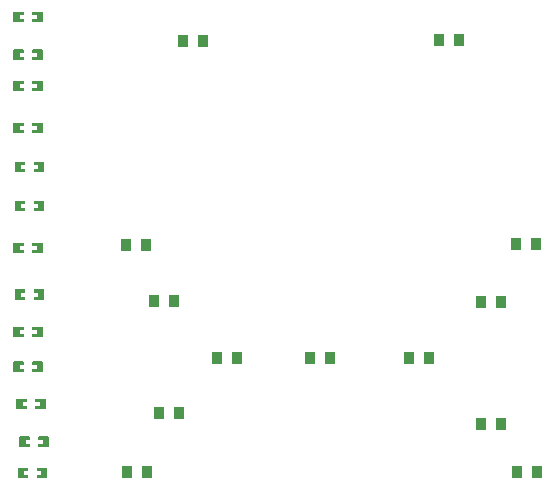
<source format=gtp>
G04 Layer: TopPasteMaskLayer*
G04 EasyEDA v6.5.5, 2022-06-27 22:24:16*
G04 832f08802b6e47e68c83d968e1e2cad1,305bcb4f1a4f4cdfadb131dd0c2083ea,10*
G04 Gerber Generator version 0.2*
G04 Scale: 100 percent, Rotated: No, Reflected: No *
G04 Dimensions in inches *
G04 leading zeros omitted , absolute positions ,3 integer and 6 decimal *
%FSLAX36Y36*%
%MOIN*%

%ADD12R,0.0354X0.0394*%

%LPD*%
G36*
X267960Y2747720D02*
G01*
X265980Y2745740D01*
X265980Y2714260D01*
X267960Y2712280D01*
X299440Y2712280D01*
X301420Y2714260D01*
X301420Y2723220D01*
X286840Y2723220D01*
X286840Y2736220D01*
X301420Y2736220D01*
X301420Y2745740D01*
X299440Y2747720D01*
G37*
G36*
X330940Y2747720D02*
G01*
X328980Y2745740D01*
X328980Y2736220D01*
X343940Y2736220D01*
X343940Y2723220D01*
X328980Y2723220D01*
X328980Y2714260D01*
X330940Y2712280D01*
X362040Y2712280D01*
X364020Y2714260D01*
X364020Y2745740D01*
X362040Y2747720D01*
G37*
G36*
X267960Y2622720D02*
G01*
X265980Y2620740D01*
X265980Y2589260D01*
X267960Y2587280D01*
X299440Y2587280D01*
X301420Y2589260D01*
X301420Y2598220D01*
X286840Y2598220D01*
X286840Y2611220D01*
X301420Y2611220D01*
X301420Y2620740D01*
X299440Y2622720D01*
G37*
G36*
X330940Y2622720D02*
G01*
X328980Y2620740D01*
X328980Y2611220D01*
X343940Y2611220D01*
X343940Y2598220D01*
X328980Y2598220D01*
X328980Y2589260D01*
X330940Y2587280D01*
X362040Y2587280D01*
X364020Y2589260D01*
X364020Y2620740D01*
X362040Y2622720D01*
G37*
G36*
X267960Y2517720D02*
G01*
X265980Y2515740D01*
X265980Y2484260D01*
X267960Y2482280D01*
X299440Y2482280D01*
X301420Y2484260D01*
X301420Y2493220D01*
X286840Y2493220D01*
X286840Y2506220D01*
X301420Y2506220D01*
X301420Y2515740D01*
X299440Y2517720D01*
G37*
G36*
X330940Y2517720D02*
G01*
X328980Y2515740D01*
X328980Y2506220D01*
X343940Y2506220D01*
X343940Y2493220D01*
X328980Y2493220D01*
X328980Y2484260D01*
X330940Y2482280D01*
X362040Y2482280D01*
X364020Y2484260D01*
X364020Y2515740D01*
X362040Y2517720D01*
G37*
G36*
X272960Y1822720D02*
G01*
X270980Y1820740D01*
X270980Y1789259D01*
X272960Y1787280D01*
X304440Y1787280D01*
X306420Y1789259D01*
X306420Y1798220D01*
X291840Y1798220D01*
X291840Y1811220D01*
X306420Y1811220D01*
X306420Y1820740D01*
X304440Y1822720D01*
G37*
G36*
X335940Y1822720D02*
G01*
X333980Y1820740D01*
X333980Y1811220D01*
X348940Y1811220D01*
X348940Y1798220D01*
X333980Y1798220D01*
X333980Y1789259D01*
X335940Y1787280D01*
X367040Y1787280D01*
X369020Y1789259D01*
X369020Y1820740D01*
X367040Y1822720D01*
G37*
G36*
X267960Y2377720D02*
G01*
X265980Y2375740D01*
X265980Y2344260D01*
X267960Y2342280D01*
X299440Y2342280D01*
X301420Y2344260D01*
X301420Y2353220D01*
X286840Y2353220D01*
X286840Y2366220D01*
X301420Y2366220D01*
X301420Y2375740D01*
X299440Y2377720D01*
G37*
G36*
X330940Y2377720D02*
G01*
X328980Y2375740D01*
X328980Y2366220D01*
X343940Y2366220D01*
X343940Y2353220D01*
X328980Y2353220D01*
X328980Y2344260D01*
X330940Y2342280D01*
X362040Y2342280D01*
X364020Y2344260D01*
X364020Y2375740D01*
X362040Y2377720D01*
G37*
G36*
X267960Y1582720D02*
G01*
X265980Y1580740D01*
X265980Y1549259D01*
X267960Y1547280D01*
X299440Y1547280D01*
X301420Y1549259D01*
X301420Y1558220D01*
X286840Y1558220D01*
X286840Y1571220D01*
X301420Y1571220D01*
X301420Y1580740D01*
X299440Y1582720D01*
G37*
G36*
X330940Y1582720D02*
G01*
X328980Y1580740D01*
X328980Y1571220D01*
X343940Y1571220D01*
X343940Y1558220D01*
X328980Y1558220D01*
X328980Y1549259D01*
X330940Y1547280D01*
X362040Y1547280D01*
X364020Y1549259D01*
X364020Y1580740D01*
X362040Y1582720D01*
G37*
G36*
X267960Y1977720D02*
G01*
X265980Y1975740D01*
X265980Y1944259D01*
X267960Y1942280D01*
X299440Y1942280D01*
X301420Y1944259D01*
X301420Y1953220D01*
X286840Y1953220D01*
X286840Y1966220D01*
X301420Y1966220D01*
X301420Y1975740D01*
X299440Y1977720D01*
G37*
G36*
X330940Y1977720D02*
G01*
X328980Y1975740D01*
X328980Y1966220D01*
X343940Y1966220D01*
X343940Y1953220D01*
X328980Y1953220D01*
X328980Y1944259D01*
X330940Y1942280D01*
X362040Y1942280D01*
X364020Y1944259D01*
X364020Y1975740D01*
X362040Y1977720D01*
G37*
G36*
X267960Y1697720D02*
G01*
X265980Y1695740D01*
X265980Y1664259D01*
X267960Y1662280D01*
X299440Y1662280D01*
X301420Y1664259D01*
X301420Y1673220D01*
X286840Y1673220D01*
X286840Y1686220D01*
X301420Y1686220D01*
X301420Y1695740D01*
X299440Y1697720D01*
G37*
G36*
X330940Y1697720D02*
G01*
X328980Y1695740D01*
X328980Y1686220D01*
X343940Y1686220D01*
X343940Y1673220D01*
X328980Y1673220D01*
X328980Y1664259D01*
X330940Y1662280D01*
X362040Y1662280D01*
X364020Y1664259D01*
X364020Y1695740D01*
X362040Y1697720D01*
G37*
G36*
X277960Y1457720D02*
G01*
X275980Y1455740D01*
X275980Y1424259D01*
X277960Y1422280D01*
X309440Y1422280D01*
X311420Y1424259D01*
X311420Y1433220D01*
X296860Y1433220D01*
X296860Y1446220D01*
X311420Y1446220D01*
X311420Y1455740D01*
X309440Y1457720D01*
G37*
G36*
X340940Y1457720D02*
G01*
X338980Y1455740D01*
X338980Y1446220D01*
X353940Y1446220D01*
X353940Y1433220D01*
X338980Y1433220D01*
X338980Y1424259D01*
X340940Y1422280D01*
X372040Y1422280D01*
X374020Y1424259D01*
X374020Y1455740D01*
X372040Y1457720D01*
G37*
G36*
X272960Y2247720D02*
G01*
X270980Y2245740D01*
X270980Y2214260D01*
X272960Y2212280D01*
X304440Y2212280D01*
X306420Y2214260D01*
X306420Y2223220D01*
X291840Y2223220D01*
X291840Y2236220D01*
X306420Y2236220D01*
X306420Y2245740D01*
X304440Y2247720D01*
G37*
G36*
X335940Y2247720D02*
G01*
X333980Y2245740D01*
X333980Y2236220D01*
X348940Y2236220D01*
X348940Y2223220D01*
X333980Y2223220D01*
X333980Y2214260D01*
X335940Y2212280D01*
X367040Y2212280D01*
X369020Y2214260D01*
X369020Y2245740D01*
X367040Y2247720D01*
G37*
G36*
X287960Y1332720D02*
G01*
X285980Y1330740D01*
X285980Y1299259D01*
X287960Y1297280D01*
X319440Y1297280D01*
X321420Y1299259D01*
X321420Y1308220D01*
X306860Y1308220D01*
X306860Y1321220D01*
X321420Y1321220D01*
X321420Y1330740D01*
X319440Y1332720D01*
G37*
G36*
X350940Y1332720D02*
G01*
X348980Y1330740D01*
X348980Y1321220D01*
X363940Y1321220D01*
X363940Y1308220D01*
X348980Y1308220D01*
X348980Y1299259D01*
X350940Y1297280D01*
X382040Y1297280D01*
X384020Y1299259D01*
X384020Y1330740D01*
X382040Y1332720D01*
G37*
G36*
X272960Y2117720D02*
G01*
X270980Y2115740D01*
X270980Y2084259D01*
X272960Y2082280D01*
X304440Y2082280D01*
X306420Y2084259D01*
X306420Y2093220D01*
X291840Y2093220D01*
X291840Y2106220D01*
X306420Y2106220D01*
X306420Y2115740D01*
X304440Y2117720D01*
G37*
G36*
X335940Y2117720D02*
G01*
X333980Y2115740D01*
X333980Y2106220D01*
X348940Y2106220D01*
X348940Y2093220D01*
X333980Y2093220D01*
X333980Y2084259D01*
X335940Y2082280D01*
X367040Y2082280D01*
X369020Y2084259D01*
X369020Y2115740D01*
X367040Y2117720D01*
G37*
G36*
X282960Y1227720D02*
G01*
X280980Y1225740D01*
X280980Y1194260D01*
X282960Y1192280D01*
X314440Y1192280D01*
X316420Y1194260D01*
X316420Y1203220D01*
X301840Y1203220D01*
X301840Y1216220D01*
X316420Y1216220D01*
X316420Y1225740D01*
X314440Y1227720D01*
G37*
G36*
X345940Y1227720D02*
G01*
X343980Y1225740D01*
X343980Y1216220D01*
X358940Y1216220D01*
X358940Y1203220D01*
X343980Y1203220D01*
X343980Y1194260D01*
X345940Y1192280D01*
X377040Y1192280D01*
X379020Y1194260D01*
X379020Y1225740D01*
X377040Y1227720D01*
G37*
D12*
G01*
X1686540Y2655000D03*
G01*
X1753469Y2655000D03*
G01*
X831540Y2650000D03*
G01*
X898469Y2650000D03*
G01*
X1941540Y1975001D03*
G01*
X2008470Y1975001D03*
G01*
X1256540Y1595001D03*
G01*
X1323470Y1595001D03*
G01*
X641541Y1970001D03*
G01*
X708470Y1970001D03*
G01*
X1826540Y1375001D03*
G01*
X1893470Y1375001D03*
G01*
X1586540Y1595001D03*
G01*
X1653470Y1595001D03*
G01*
X946540Y1595001D03*
G01*
X1013470Y1595001D03*
G01*
X751541Y1410001D03*
G01*
X818470Y1410001D03*
G01*
X1826540Y1780001D03*
G01*
X1893470Y1780001D03*
G01*
X1946540Y1215001D03*
G01*
X2013470Y1215001D03*
G01*
X736541Y1785001D03*
G01*
X803470Y1785001D03*
G01*
X646541Y1215001D03*
G01*
X713470Y1215001D03*
M02*

</source>
